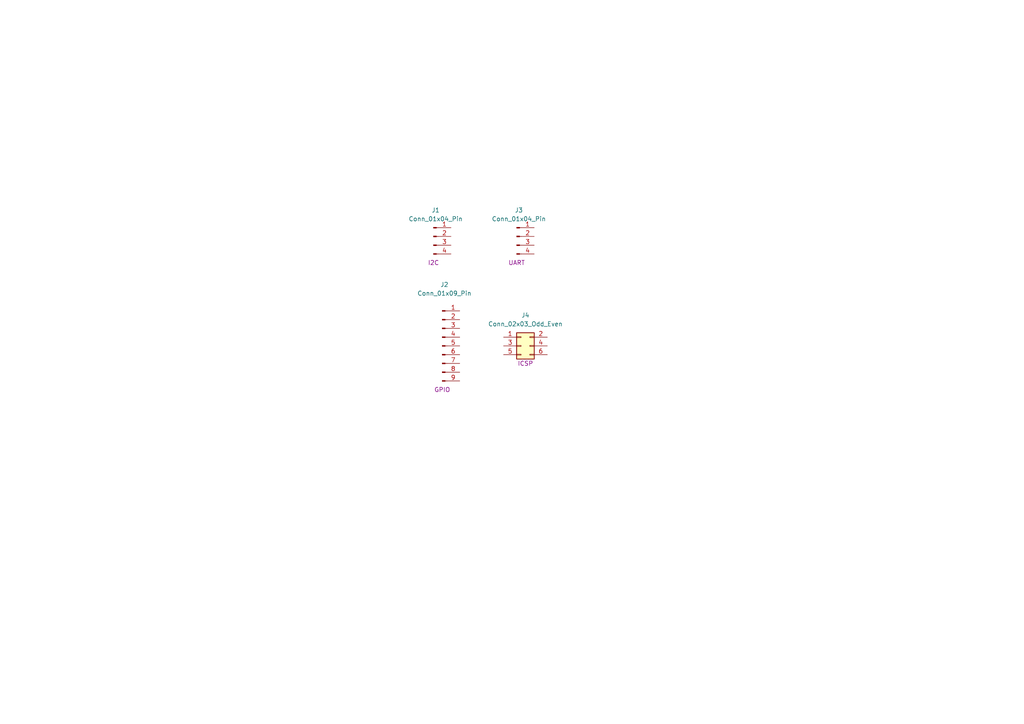
<source format=kicad_sch>
(kicad_sch (version 20230121) (generator eeschema)
  (paper "A4")
  (lib_symbols
    (symbol "Connector:Conn_01x04_Pin" (pin_names (offset 1.016) hide)
      (property "Reference" "J" (at 0 5.08 0))
      (property "Value" "Conn_01x04_Pin" (at 0 -7.62 0))
      (symbol "Conn_01x04_Pin_1_1"
        (polyline (pts (xy 1.27 -5.08) (xy 0.8636 -5.08)) (stroke (width 0.1524)))
        (polyline (pts (xy 1.27 -2.54) (xy 0.8636 -2.54)) (stroke (width 0.1524)))
        (polyline (pts (xy 1.27 0) (xy 0.8636 0)) (stroke (width 0.1524)))
        (polyline (pts (xy 1.27 2.54) (xy 0.8636 2.54)) (stroke (width 0.1524)))
        (rectangle (start 0.8636 -4.953) (end 0 -5.207) (stroke (width 0.1524)) (fill (type outline)))
        (rectangle (start 0.8636 -2.413) (end 0 -2.667) (stroke (width 0.1524)) (fill (type outline)))
        (rectangle (start 0.8636 0.127) (end 0 -0.127) (stroke (width 0.1524)) (fill (type outline)))
        (rectangle (start 0.8636 2.667) (end 0 2.413) (stroke (width 0.1524)) (fill (type outline)))
        (pin passive line (at 5.08 2.54 180) (length 3.81) (name "Pin_1") (number "1"))
        (pin passive line (at 5.08 0 180) (length 3.81) (name "Pin_2") (number "2"))
        (pin passive line (at 5.08 -2.54 180) (length 3.81) (name "Pin_3") (number "3"))
        (pin passive line (at 5.08 -5.08 180) (length 3.81) (name "Pin_4") (number "4"))
      )
    )
    (symbol "Connector:Conn_01x09_Pin" (pin_names (offset 1.016) hide)
      (property "Reference" "J" (at 0 12.7 0))
      (property "Value" "Conn_01x09_Pin" (at 0 -12.7 0))
      (symbol "Conn_01x09_Pin_1_1"
        (polyline (pts (xy 1.27 -10.16) (xy 0.8636 -10.16)) (stroke (width 0.1524)))
        (polyline (pts (xy 1.27 -7.62) (xy 0.8636 -7.62)) (stroke (width 0.1524)))
        (polyline (pts (xy 1.27 -5.08) (xy 0.8636 -5.08)) (stroke (width 0.1524)))
        (polyline (pts (xy 1.27 -2.54) (xy 0.8636 -2.54)) (stroke (width 0.1524)))
        (polyline (pts (xy 1.27 0) (xy 0.8636 0)) (stroke (width 0.1524)))
        (polyline (pts (xy 1.27 2.54) (xy 0.8636 2.54)) (stroke (width 0.1524)))
        (polyline (pts (xy 1.27 5.08) (xy 0.8636 5.08)) (stroke (width 0.1524)))
        (polyline (pts (xy 1.27 7.62) (xy 0.8636 7.62)) (stroke (width 0.1524)))
        (polyline (pts (xy 1.27 10.16) (xy 0.8636 10.16)) (stroke (width 0.1524)))
        (rectangle (start 0.8636 -10.033) (end 0 -10.287) (stroke (width 0.1524)) (fill (type outline)))
        (rectangle (start 0.8636 -7.493) (end 0 -7.747) (stroke (width 0.1524)) (fill (type outline)))
        (rectangle (start 0.8636 -4.953) (end 0 -5.207) (stroke (width 0.1524)) (fill (type outline)))
        (rectangle (start 0.8636 -2.413) (end 0 -2.667) (stroke (width 0.1524)) (fill (type outline)))
        (rectangle (start 0.8636 0.127) (end 0 -0.127) (stroke (width 0.1524)) (fill (type outline)))
        (rectangle (start 0.8636 2.667) (end 0 2.413) (stroke (width 0.1524)) (fill (type outline)))
        (rectangle (start 0.8636 5.207) (end 0 4.953) (stroke (width 0.1524)) (fill (type outline)))
        (rectangle (start 0.8636 7.747) (end 0 7.493) (stroke (width 0.1524)) (fill (type outline)))
        (rectangle (start 0.8636 10.287) (end 0 10.033) (stroke (width 0.1524)) (fill (type outline)))
        (pin passive line (at 5.08 10.16 180) (length 3.81) (name "Pin_1") (number "1"))
        (pin passive line (at 5.08 7.62 180) (length 3.81) (name "Pin_2") (number "2"))
        (pin passive line (at 5.08 5.08 180) (length 3.81) (name "Pin_3") (number "3"))
        (pin passive line (at 5.08 2.54 180) (length 3.81) (name "Pin_4") (number "4"))
        (pin passive line (at 5.08 0 180) (length 3.81) (name "Pin_5") (number "5"))
        (pin passive line (at 5.08 -2.54 180) (length 3.81) (name "Pin_6") (number "6"))
        (pin passive line (at 5.08 -5.08 180) (length 3.81) (name "Pin_7") (number "7"))
        (pin passive line (at 5.08 -7.62 180) (length 3.81) (name "Pin_8") (number "8"))
        (pin passive line (at 5.08 -10.16 180) (length 3.81) (name "Pin_9") (number "9"))
      )
    )
    (symbol "Connector_Generic:Conn_02x03_Odd_Even" (pin_names (offset 1.016) hide)
      (property "Reference" "J" (at 1.27 5.08 0))
      (property "Value" "Conn_02x03_Odd_Even" (at 1.27 -5.08 0))
      (symbol "Conn_02x03_Odd_Even_1_1"
        (rectangle (start -1.27 -2.413) (end 0 -2.667) (stroke (width 0.1524)))
        (rectangle (start -1.27 0.127) (end 0 -0.127) (stroke (width 0.1524)))
        (rectangle (start -1.27 2.667) (end 0 2.413) (stroke (width 0.1524)))
        (rectangle (start -1.27 3.81) (end 3.81 -3.81) (stroke (width 0.254)) (fill (type background)))
        (rectangle (start 3.81 -2.413) (end 2.54 -2.667) (stroke (width 0.1524)))
        (rectangle (start 3.81 0.127) (end 2.54 -0.127) (stroke (width 0.1524)))
        (rectangle (start 3.81 2.667) (end 2.54 2.413) (stroke (width 0.1524)))
        (pin passive line (at -5.08 2.54 0) (length 3.81) (name "Pin_1") (number "1"))
        (pin passive line (at 7.62 2.54 180) (length 3.81) (name "Pin_2") (number "2"))
        (pin passive line (at -5.08 0 0) (length 3.81) (name "Pin_3") (number "3"))
        (pin passive line (at 7.62 0 180) (length 3.81) (name "Pin_4") (number "4"))
        (pin passive line (at -5.08 -2.54 0) (length 3.81) (name "Pin_5") (number "5"))
        (pin passive line (at 7.62 -2.54 180) (length 3.81) (name "Pin_6") (number "6"))
      )
    )
  )
  (symbol (lib_id "Connector:Conn_01x04_Pin") (at 149.86 68.58 0) (unit 1)
    (property "Reference" "J3" (at 150.495 60.96 0))
    (property "Value" "Conn_01x04_Pin" (at 150.495 63.5 0))
    (property "Purpose" "UART" (at 149.86 76.2 0))
  )
  (symbol (lib_id "Connector_Generic:Conn_02x03_Odd_Even") (at 151.13 100.33 0) (unit 1)
    (property "Reference" "J4" (at 152.4 91.44 0))
    (property "Value" "Conn_02x03_Odd_Even" (at 152.4 93.98 0))
    (property "Purpose" "ICSP" (at 152.4 105.41 0))
  )
  (symbol (lib_id "Connector:Conn_01x04_Pin") (at 125.73 68.58 0) (unit 1)
    (property "Reference" "J1" (at 126.365 60.96 0))
    (property "Value" "Conn_01x04_Pin" (at 126.365 63.5 0))
    (property "Purpose" "I2C" (at 125.73 76.2 0))
  )
  (symbol (lib_id "Connector:Conn_01x09_Pin") (at 128.27 100.33 0) (unit 1)
    (property "Reference" "J2" (at 128.905 82.55 0))
    (property "Value" "Conn_01x09_Pin" (at 128.905 85.09 0))
    (property "Purpose" "GPIO" (at 128.27 113.03 0))
  )
)
</source>
